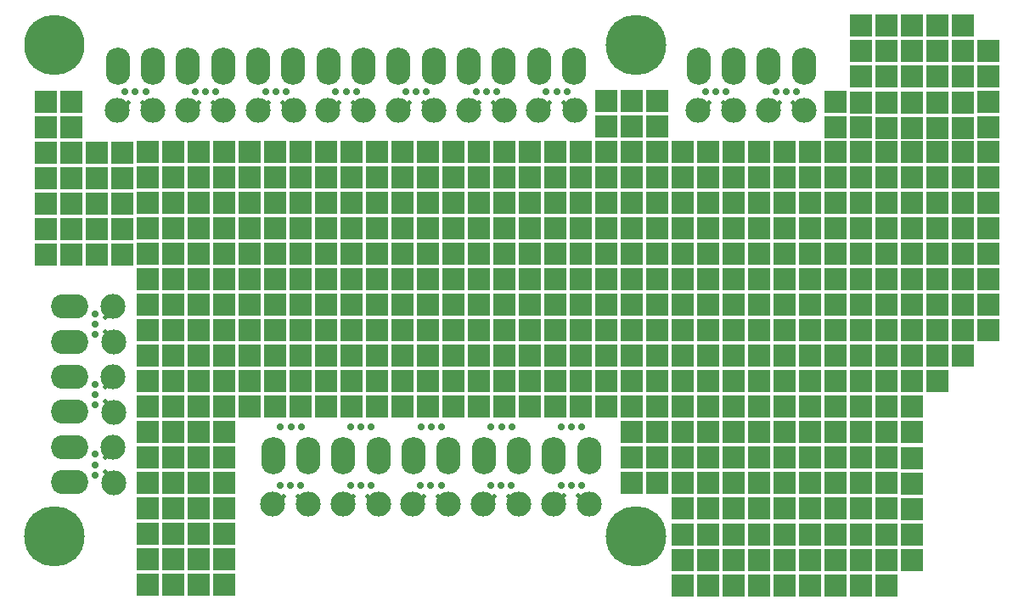
<source format=gbs>
G04*
G04 #@! TF.GenerationSoftware,Altium Limited,Altium Designer,18.0.7 (293)*
G04*
G04 Layer_Color=16711935*
%FSLAX25Y25*%
%MOIN*%
G70*
G01*
G75*
%ADD11O,0.14580X0.09658*%
%ADD12O,0.09658X0.14580*%
%ADD13R,0.08800X0.08800*%
%ADD14R,0.08800X0.08800*%
%ADD15C,0.02800*%
%ADD16C,0.09800*%
%ADD17C,0.23716*%
%ADD18O,0.23622X0.23716*%
%ADD19C,0.01968*%
D11*
X539886Y314595D02*
D03*
Y300816D02*
D03*
Y287036D02*
D03*
Y273256D02*
D03*
Y245697D02*
D03*
Y259477D02*
D03*
D12*
X572508Y408976D02*
D03*
X558728D02*
D03*
X586287D02*
D03*
X600067D02*
D03*
X627626D02*
D03*
X613846D02*
D03*
X641405D02*
D03*
X655185D02*
D03*
X710303D02*
D03*
X696523D02*
D03*
X668964D02*
D03*
X682744D02*
D03*
X724083D02*
D03*
X737862D02*
D03*
X674827Y255938D02*
D03*
X688607D02*
D03*
X661047D02*
D03*
X647267D02*
D03*
X619708D02*
D03*
X633488D02*
D03*
X716166D02*
D03*
X702386D02*
D03*
X729944D02*
D03*
X743724D02*
D03*
X828020Y408976D02*
D03*
X814240D02*
D03*
X786681D02*
D03*
X800460D02*
D03*
D13*
X840512Y305275D02*
D03*
X870525Y424925D02*
D03*
Y414925D02*
D03*
Y404925D02*
D03*
X850525Y384925D02*
D03*
X840525D02*
D03*
X850525Y404925D02*
D03*
X840525Y394925D02*
D03*
X850525Y414925D02*
D03*
Y424925D02*
D03*
X860525Y404925D02*
D03*
Y414925D02*
D03*
Y424925D02*
D03*
X900537Y414925D02*
D03*
Y394925D02*
D03*
Y404925D02*
D03*
X880538D02*
D03*
X890537D02*
D03*
X880538Y414925D02*
D03*
X890537D02*
D03*
Y424925D02*
D03*
X880538D02*
D03*
X900537Y384925D02*
D03*
X880538Y384850D02*
D03*
X890537D02*
D03*
X880538Y394850D02*
D03*
X890537D02*
D03*
X850525D02*
D03*
X860525Y384850D02*
D03*
Y394850D02*
D03*
X870525D02*
D03*
Y384850D02*
D03*
X860513Y205200D02*
D03*
X870525Y255200D02*
D03*
Y225200D02*
D03*
Y215200D02*
D03*
Y235200D02*
D03*
Y245200D02*
D03*
X900525Y305275D02*
D03*
Y325275D02*
D03*
Y315275D02*
D03*
Y335275D02*
D03*
Y345275D02*
D03*
Y375275D02*
D03*
Y355275D02*
D03*
Y365275D02*
D03*
X870525Y305275D02*
D03*
X880525D02*
D03*
Y295275D02*
D03*
X870525D02*
D03*
Y275275D02*
D03*
X880525Y285275D02*
D03*
X870525D02*
D03*
X890525Y295275D02*
D03*
Y305275D02*
D03*
X870525Y265275D02*
D03*
Y345275D02*
D03*
X880525D02*
D03*
Y335275D02*
D03*
X870525D02*
D03*
Y315275D02*
D03*
X880525D02*
D03*
Y325275D02*
D03*
X870525D02*
D03*
X890525D02*
D03*
Y315275D02*
D03*
Y335275D02*
D03*
Y345275D02*
D03*
Y375275D02*
D03*
Y355275D02*
D03*
Y365275D02*
D03*
X870525D02*
D03*
X880525D02*
D03*
Y355275D02*
D03*
X870525D02*
D03*
Y375275D02*
D03*
X880525D02*
D03*
X580513D02*
D03*
X570512D02*
D03*
Y355275D02*
D03*
X580513D02*
D03*
Y365275D02*
D03*
X570512D02*
D03*
X590513D02*
D03*
X600513D02*
D03*
Y355275D02*
D03*
X590513D02*
D03*
Y375275D02*
D03*
X600513D02*
D03*
X640513D02*
D03*
X630513D02*
D03*
Y355275D02*
D03*
X640513D02*
D03*
Y365275D02*
D03*
X630513D02*
D03*
X610512D02*
D03*
X620512D02*
D03*
Y355275D02*
D03*
X610512D02*
D03*
Y375275D02*
D03*
X620512D02*
D03*
X610512Y345275D02*
D03*
X620512D02*
D03*
Y335275D02*
D03*
X610512D02*
D03*
Y315275D02*
D03*
X620512D02*
D03*
Y325275D02*
D03*
X610512D02*
D03*
X630513D02*
D03*
X640513D02*
D03*
Y315275D02*
D03*
X630513D02*
D03*
Y335275D02*
D03*
X640513D02*
D03*
Y345275D02*
D03*
X630513D02*
D03*
X590513D02*
D03*
X600513D02*
D03*
Y335275D02*
D03*
X590513D02*
D03*
Y315275D02*
D03*
X600513D02*
D03*
Y325275D02*
D03*
X590513D02*
D03*
X570512D02*
D03*
X580513D02*
D03*
Y315275D02*
D03*
X570512D02*
D03*
Y335275D02*
D03*
X580513D02*
D03*
Y345275D02*
D03*
X570512D02*
D03*
X650513D02*
D03*
X660512D02*
D03*
Y335275D02*
D03*
X650513D02*
D03*
Y315275D02*
D03*
X660512D02*
D03*
Y325275D02*
D03*
X650513D02*
D03*
X670512D02*
D03*
X680513D02*
D03*
Y315275D02*
D03*
X670512D02*
D03*
Y335275D02*
D03*
X680513D02*
D03*
Y345275D02*
D03*
X670512D02*
D03*
X710512D02*
D03*
X720512D02*
D03*
Y335275D02*
D03*
X710512D02*
D03*
Y315275D02*
D03*
X720512D02*
D03*
Y325275D02*
D03*
X710512D02*
D03*
X690513D02*
D03*
X700513D02*
D03*
Y315275D02*
D03*
X690513D02*
D03*
Y335275D02*
D03*
X700513D02*
D03*
Y345275D02*
D03*
X690513D02*
D03*
X700513Y375275D02*
D03*
X690513D02*
D03*
Y355275D02*
D03*
X700513D02*
D03*
Y365275D02*
D03*
X690513D02*
D03*
X710512D02*
D03*
X720512D02*
D03*
Y355275D02*
D03*
X710512D02*
D03*
Y375275D02*
D03*
X720512D02*
D03*
X680513D02*
D03*
X670512D02*
D03*
Y355275D02*
D03*
X680513D02*
D03*
Y365275D02*
D03*
X670512D02*
D03*
X650513D02*
D03*
X660512D02*
D03*
Y355275D02*
D03*
X650513D02*
D03*
Y375275D02*
D03*
X660512D02*
D03*
X820512D02*
D03*
X810513D02*
D03*
Y355275D02*
D03*
X820512D02*
D03*
Y365275D02*
D03*
X810513D02*
D03*
X830513D02*
D03*
X840512D02*
D03*
Y355275D02*
D03*
X830513D02*
D03*
Y375275D02*
D03*
X840512D02*
D03*
X850513Y365275D02*
D03*
Y355275D02*
D03*
Y375275D02*
D03*
Y345275D02*
D03*
Y335275D02*
D03*
Y315275D02*
D03*
Y325275D02*
D03*
X830513Y345275D02*
D03*
X840512D02*
D03*
Y335275D02*
D03*
X830513D02*
D03*
Y315275D02*
D03*
X840512D02*
D03*
Y325275D02*
D03*
X830513D02*
D03*
X810513D02*
D03*
X820512D02*
D03*
Y315275D02*
D03*
X810513D02*
D03*
Y335275D02*
D03*
X820512D02*
D03*
Y345275D02*
D03*
X810513D02*
D03*
X730513D02*
D03*
X740513D02*
D03*
Y335275D02*
D03*
X730513D02*
D03*
Y315275D02*
D03*
X740513D02*
D03*
Y325275D02*
D03*
X730513D02*
D03*
X750513D02*
D03*
X760512D02*
D03*
Y315275D02*
D03*
X750513D02*
D03*
Y335275D02*
D03*
X760512D02*
D03*
Y345275D02*
D03*
X750513D02*
D03*
X790513D02*
D03*
X800513D02*
D03*
Y335275D02*
D03*
X790513D02*
D03*
Y315275D02*
D03*
X800513D02*
D03*
Y325275D02*
D03*
X790513D02*
D03*
X770512D02*
D03*
X780513D02*
D03*
Y315275D02*
D03*
X770512D02*
D03*
Y335275D02*
D03*
X780513D02*
D03*
Y345275D02*
D03*
X770512D02*
D03*
Y355275D02*
D03*
X780513D02*
D03*
Y365275D02*
D03*
X770512D02*
D03*
X790513D02*
D03*
X800513D02*
D03*
Y355275D02*
D03*
X790513D02*
D03*
Y375275D02*
D03*
X800513D02*
D03*
X750513Y355275D02*
D03*
X760512D02*
D03*
Y365275D02*
D03*
X750513D02*
D03*
X730513D02*
D03*
X740513D02*
D03*
Y355275D02*
D03*
X730513D02*
D03*
Y375275D02*
D03*
X740513D02*
D03*
X730513Y305275D02*
D03*
X740513D02*
D03*
Y295275D02*
D03*
X730513D02*
D03*
Y275275D02*
D03*
X740513D02*
D03*
Y285275D02*
D03*
X730513D02*
D03*
X750513D02*
D03*
X760512D02*
D03*
Y275275D02*
D03*
X750513D02*
D03*
Y295275D02*
D03*
X760512D02*
D03*
Y305275D02*
D03*
X750513D02*
D03*
X790513D02*
D03*
X800513D02*
D03*
Y295275D02*
D03*
X790513D02*
D03*
Y275275D02*
D03*
X800513D02*
D03*
Y285275D02*
D03*
X790513D02*
D03*
X770512D02*
D03*
X780513D02*
D03*
Y275275D02*
D03*
X770512D02*
D03*
Y295275D02*
D03*
X780513D02*
D03*
Y305275D02*
D03*
X770512D02*
D03*
Y265275D02*
D03*
X780513D02*
D03*
Y255275D02*
D03*
X770512D02*
D03*
X780513Y235275D02*
D03*
Y245275D02*
D03*
X770512D02*
D03*
X790513D02*
D03*
X800513D02*
D03*
Y235275D02*
D03*
X790513D02*
D03*
Y255275D02*
D03*
X800513D02*
D03*
Y265275D02*
D03*
X790513D02*
D03*
X760512D02*
D03*
Y255275D02*
D03*
Y245275D02*
D03*
X810513Y265275D02*
D03*
X820512D02*
D03*
Y255275D02*
D03*
X810513D02*
D03*
Y235275D02*
D03*
X820512D02*
D03*
Y245275D02*
D03*
X810513D02*
D03*
X830513D02*
D03*
X840512D02*
D03*
Y235275D02*
D03*
X830513D02*
D03*
Y255275D02*
D03*
X840512D02*
D03*
Y265275D02*
D03*
X830513D02*
D03*
X850513Y245275D02*
D03*
X860513D02*
D03*
Y235275D02*
D03*
X850513D02*
D03*
Y255275D02*
D03*
X860513D02*
D03*
X850513Y265275D02*
D03*
Y305275D02*
D03*
Y295275D02*
D03*
Y275275D02*
D03*
Y285275D02*
D03*
X830513Y305275D02*
D03*
X840512Y295275D02*
D03*
X830513D02*
D03*
Y275275D02*
D03*
X840512D02*
D03*
Y285275D02*
D03*
X830513D02*
D03*
X810513D02*
D03*
X820512D02*
D03*
Y275275D02*
D03*
X810513D02*
D03*
Y295275D02*
D03*
X820512D02*
D03*
Y305275D02*
D03*
X810513D02*
D03*
X650513D02*
D03*
X660512D02*
D03*
Y295275D02*
D03*
X650513D02*
D03*
Y275275D02*
D03*
X660512D02*
D03*
Y285275D02*
D03*
X650513D02*
D03*
X670512D02*
D03*
X680513D02*
D03*
Y275275D02*
D03*
X670512D02*
D03*
Y295275D02*
D03*
X680513D02*
D03*
Y305275D02*
D03*
X670512D02*
D03*
X710512D02*
D03*
X720512D02*
D03*
Y295275D02*
D03*
X710512D02*
D03*
Y275275D02*
D03*
X720512D02*
D03*
Y285275D02*
D03*
X710512D02*
D03*
X690513D02*
D03*
X700513D02*
D03*
Y275275D02*
D03*
X690513D02*
D03*
Y295275D02*
D03*
X700513D02*
D03*
Y305275D02*
D03*
X690513D02*
D03*
X570512Y265275D02*
D03*
X580513D02*
D03*
Y255275D02*
D03*
X570512D02*
D03*
Y235275D02*
D03*
X580513D02*
D03*
Y245275D02*
D03*
X570512D02*
D03*
X590513D02*
D03*
X600513D02*
D03*
Y235275D02*
D03*
X590513D02*
D03*
Y255275D02*
D03*
X600513D02*
D03*
Y265275D02*
D03*
X590513D02*
D03*
X610512Y305275D02*
D03*
X620512D02*
D03*
Y295275D02*
D03*
X610512D02*
D03*
Y275275D02*
D03*
X620512D02*
D03*
Y285275D02*
D03*
X610512D02*
D03*
X630513D02*
D03*
X640513D02*
D03*
Y275275D02*
D03*
X630513D02*
D03*
Y295275D02*
D03*
X640513D02*
D03*
Y305275D02*
D03*
X630513D02*
D03*
X590513D02*
D03*
X600513D02*
D03*
Y295275D02*
D03*
X590513D02*
D03*
Y275275D02*
D03*
X600513D02*
D03*
Y285275D02*
D03*
X590513D02*
D03*
X570512D02*
D03*
X580513D02*
D03*
Y275275D02*
D03*
X570512D02*
D03*
Y295275D02*
D03*
X580513D02*
D03*
Y305275D02*
D03*
X570512D02*
D03*
X550488Y345225D02*
D03*
X560488D02*
D03*
Y335225D02*
D03*
X550488D02*
D03*
X530487D02*
D03*
X540487D02*
D03*
Y345225D02*
D03*
X530487D02*
D03*
Y375225D02*
D03*
Y355225D02*
D03*
X540487D02*
D03*
Y365225D02*
D03*
X530487D02*
D03*
X550488D02*
D03*
X560488D02*
D03*
Y355225D02*
D03*
X550488D02*
D03*
Y375225D02*
D03*
X560488D02*
D03*
X850537Y225213D02*
D03*
X860538D02*
D03*
Y215212D02*
D03*
X850537D02*
D03*
Y205212D02*
D03*
X830538Y225213D02*
D03*
X840537D02*
D03*
Y215212D02*
D03*
X830538D02*
D03*
X840537Y205212D02*
D03*
X830538D02*
D03*
X810538D02*
D03*
X820537D02*
D03*
X810538Y215212D02*
D03*
X820537D02*
D03*
Y225213D02*
D03*
X810538D02*
D03*
X790538D02*
D03*
X800537D02*
D03*
Y215212D02*
D03*
X790538D02*
D03*
X800537Y205212D02*
D03*
X790538D02*
D03*
X780538D02*
D03*
Y215212D02*
D03*
Y225213D02*
D03*
X570500Y225325D02*
D03*
Y215325D02*
D03*
Y205325D02*
D03*
X580500D02*
D03*
X590500D02*
D03*
X580500Y215325D02*
D03*
X590500D02*
D03*
Y225325D02*
D03*
X580500D02*
D03*
X600500D02*
D03*
Y215325D02*
D03*
Y205325D02*
D03*
X750513Y385275D02*
D03*
X760512D02*
D03*
Y375275D02*
D03*
X750513D02*
D03*
Y395275D02*
D03*
X760512D02*
D03*
X770512Y385275D02*
D03*
X780513Y375275D02*
D03*
X770512D02*
D03*
Y395275D02*
D03*
X860513Y285275D02*
D03*
Y275275D02*
D03*
Y295275D02*
D03*
Y305275D02*
D03*
Y325275D02*
D03*
Y315275D02*
D03*
Y335275D02*
D03*
Y345275D02*
D03*
Y375275D02*
D03*
Y355275D02*
D03*
Y365275D02*
D03*
Y265275D02*
D03*
D14*
X530487Y385225D02*
D03*
X540487D02*
D03*
Y375225D02*
D03*
X530487Y395225D02*
D03*
X540487D02*
D03*
D15*
X732713Y244462D02*
D03*
X736763D02*
D03*
X740853Y244429D02*
D03*
X740987Y267536D02*
D03*
X736937D02*
D03*
X732887D02*
D03*
X705150Y244350D02*
D03*
X709200D02*
D03*
X713291Y244317D02*
D03*
X713424Y267423D02*
D03*
X709374D02*
D03*
X705324D02*
D03*
X677588Y244350D02*
D03*
X681637D02*
D03*
X685728Y244317D02*
D03*
X685862Y267423D02*
D03*
X681812D02*
D03*
X677762D02*
D03*
X650025Y244350D02*
D03*
X654075D02*
D03*
X658166Y244317D02*
D03*
X658299Y267423D02*
D03*
X654249D02*
D03*
X650199D02*
D03*
X622463Y244350D02*
D03*
X626512D02*
D03*
X630603Y244317D02*
D03*
X630737Y267423D02*
D03*
X626687D02*
D03*
X622637D02*
D03*
X825194Y399038D02*
D03*
X821144D02*
D03*
X817094D02*
D03*
X797632D02*
D03*
X793582D02*
D03*
X789532D02*
D03*
X735082D02*
D03*
X731032D02*
D03*
X726982D02*
D03*
X707519D02*
D03*
X703469D02*
D03*
X699419D02*
D03*
X679957D02*
D03*
X675907D02*
D03*
X671857D02*
D03*
X652394D02*
D03*
X648344D02*
D03*
X644294D02*
D03*
X624832D02*
D03*
X620782D02*
D03*
X616732D02*
D03*
X597269D02*
D03*
X593219D02*
D03*
X589169D02*
D03*
X569707D02*
D03*
X565657D02*
D03*
X561607D02*
D03*
X549788Y311744D02*
D03*
Y307694D02*
D03*
Y303644D02*
D03*
Y284182D02*
D03*
Y280132D02*
D03*
Y276082D02*
D03*
Y248519D02*
D03*
Y252569D02*
D03*
Y256619D02*
D03*
D16*
X743778Y237229D02*
D03*
X729716Y237117D02*
D03*
X716216D02*
D03*
X702153Y237004D02*
D03*
X688653Y237117D02*
D03*
X674591Y237004D02*
D03*
X661091Y237117D02*
D03*
X647028Y237004D02*
D03*
X633528Y237117D02*
D03*
X619466Y237004D02*
D03*
X814057Y391725D02*
D03*
X828119Y391838D02*
D03*
X786494Y391725D02*
D03*
X800557Y391838D02*
D03*
X723944Y391725D02*
D03*
X738007Y391838D02*
D03*
X696382Y391725D02*
D03*
X710444Y391838D02*
D03*
X668819Y391725D02*
D03*
X682882Y391838D02*
D03*
X641257Y391725D02*
D03*
X655319Y391838D02*
D03*
X613694Y391725D02*
D03*
X627757Y391838D02*
D03*
X586132Y391725D02*
D03*
X600194Y391838D02*
D03*
X558569Y391725D02*
D03*
X572632Y391838D02*
D03*
X557100Y300607D02*
D03*
X556987Y314669D02*
D03*
X557100Y273044D02*
D03*
X556987Y287107D02*
D03*
Y259544D02*
D03*
X557100Y245482D02*
D03*
D17*
X762271Y417351D02*
D03*
Y224437D02*
D03*
X533925D02*
D03*
D18*
Y417351D02*
D03*
D19*
X739616Y240267D02*
D03*
X733991D02*
D03*
X712053Y240154D02*
D03*
X706428D02*
D03*
X684491D02*
D03*
X678866D02*
D03*
X656928D02*
D03*
X651303D02*
D03*
X629366D02*
D03*
X623741D02*
D03*
X818332Y394875D02*
D03*
X823957D02*
D03*
X790769D02*
D03*
X796394D02*
D03*
X728219D02*
D03*
X733844D02*
D03*
X700657D02*
D03*
X706282D02*
D03*
X673094D02*
D03*
X678719D02*
D03*
X645532D02*
D03*
X651157D02*
D03*
X617969D02*
D03*
X623594D02*
D03*
X590407D02*
D03*
X596032D02*
D03*
X562844D02*
D03*
X568469D02*
D03*
X553950Y304882D02*
D03*
Y310507D02*
D03*
Y277319D02*
D03*
Y282944D02*
D03*
Y255382D02*
D03*
Y249757D02*
D03*
M02*

</source>
